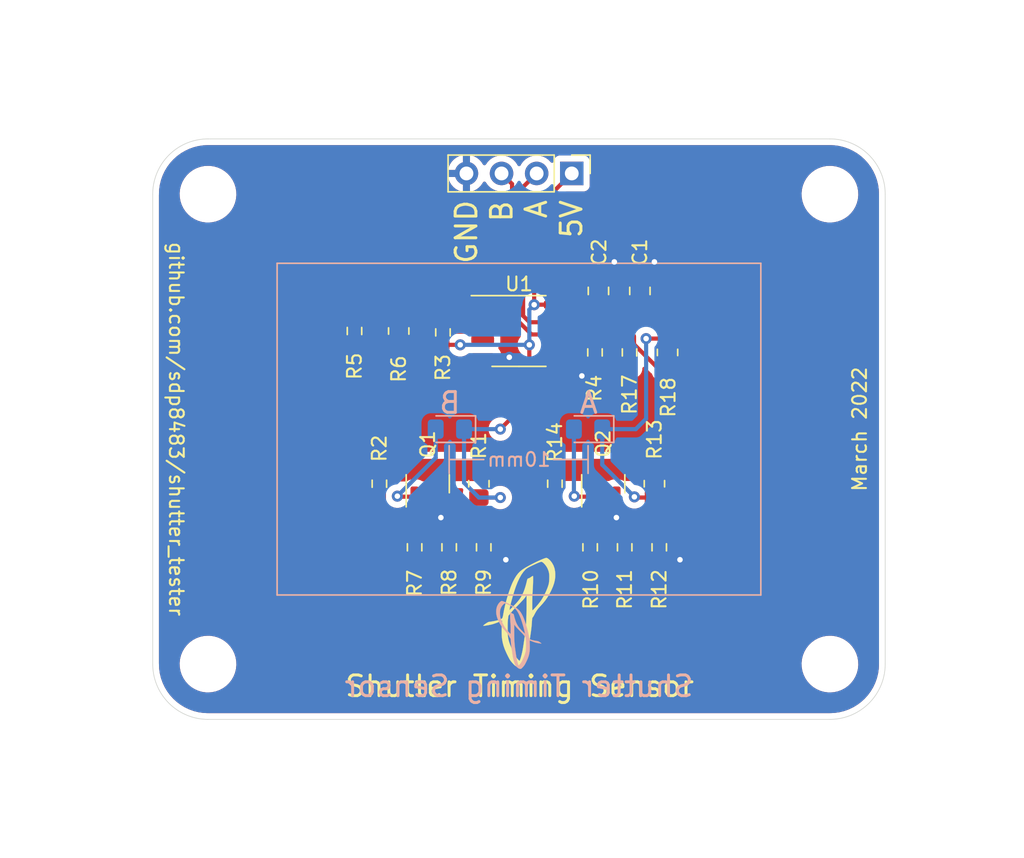
<source format=kicad_pcb>
(kicad_pcb (version 20211014) (generator pcbnew)
  (title_block (title "Shutter Timing Sensor") (date "2022-03-01") (rev "A") (company "erry Leumas"))
  (layers (0 "F.Cu" signal) (31 "B.Cu" signal) (34 "B.Paste" user) (35 "F.Paste" user) (36 "B.SilkS" user "B.Silkscreen") (37 "F.SilkS" user "F.Silkscreen") (38 "B.Mask" user) (39 "F.Mask" user) (44 "Edge.Cuts" user))
  (net 0 "")
  (net 1 "GND")
  (net 2 "VCC")
  (net 3 "Net-(D1-Pad2)")
  (net 4 "Net-(R2-Pad1)")
  (net 5 "Net-(D2-Pad2)")
  (net 6 "/OUTPUT_1")
  (net 7 "/OUTPUT_2")
  (net 8 "Net-(Q1-Pad3)")
  (net 9 "Net-(Q2-Pad3)")
  (net 10 "/Vtrig")
  (net 11 "Net-(R7-Pad2)")
  (net 12 "Net-(R8-Pad2)")
  (net 13 "Net-(R10-Pad2)")
  (net 14 "Net-(R11-Pad2)")
  (net 15 "Net-(R14-Pad1)")
  (footprint "Resistor_SMD:R_0805_2012Metric_Pad1.20x1.40mm_HandSolder" (layer "F.Cu") (at 143.6 117.95 90)
    (fp_text reference "R1" (at 2.75 0 90) (layer "F.SilkS"))
    (fp_text value "2k")
    (fp_line (start -0.227064 -0.735) (end 0.227064 -0.735) (layer "F.SilkS") (width 0.12))
    (fp_line (start -0.227064 0.735) (end 0.227064 0.735) (layer "F.SilkS") (width 0.12))
    (pad "1" smd roundrect locked (at -1 0 90) (size 1.2 1.4) (layers "F.Cu" "F.Paste" "F.Mask") (roundrect_rratio 0.2083325) (net 2 "VCC"))
    (pad "2" smd roundrect locked (at 1 0 90) (size 1.2 1.4) (layers "F.Cu" "F.Paste" "F.Mask") (roundrect_rratio 0.2083325) (net 8 "Net-(Q1-Pad3)"))
  )
  (footprint "MountingHole:MountingHole_3.2mm_M3" (layer "F.Cu") (at 124 97)
    (fp_text reference "H1" hide)
    (fp_text value "MountingHole")
    (pad "" np_thru_hole circle locked (at 0 0) (size 3.2 3.2) (drill 3.2) (layers *.Cu *.Mask))
  )
  (footprint "MountingHole:MountingHole_3.2mm_M3" (layer "F.Cu") (at 124 131)
    (fp_text reference "H2" hide)
    (fp_text value "MountingHole")
    (pad "" np_thru_hole circle locked (at 0 0) (size 3.2 3.2) (drill 3.2) (layers *.Cu *.Mask))
  )
  (footprint "MountingHole:MountingHole_3.2mm_M3" (layer "F.Cu") (at 169 131)
    (fp_text reference "H3" hide)
    (fp_text value "MountingHole")
    (pad "" np_thru_hole circle locked (at 0 0) (size 3.2 3.2) (drill 3.2) (layers *.Cu *.Mask))
  )
  (footprint "MountingHole:MountingHole_3.2mm_M3" (layer "F.Cu") (at 169 97)
    (fp_text reference "H4" hide)
    (fp_text value "MountingHole")
    (pad "" np_thru_hole circle locked (at 0 0) (size 3.2 3.2) (drill 3.2) (layers *.Cu *.Mask))
  )
  (footprint "Resistor_SMD:R_0603_1608Metric_Pad0.98x0.95mm_HandSolder" (layer "F.Cu") (at 136.4 117.95 90)
    (fp_text reference "R2" (at 2.55 0 90) (layer "F.SilkS"))
    (fp_text value "10k")
    (fp_line (start -0.254724 -0.5225) (end 0.254724 -0.5225) (layer "F.SilkS") (width 0.12))
    (fp_line (start -0.254724 0.5225) (end 0.254724 0.5225) (layer "F.SilkS") (width 0.12))
    (pad "1" smd roundrect (at -0.9125 0 90) (size 0.975 0.95) (layers "F.Cu" "F.Paste" "F.Mask") (net 4 "Net-(R2-Pad1)"))
    (pad "2" smd roundrect (at 0.9125 0 90) (size 0.975 0.95) (layers "F.Cu" "F.Paste" "F.Mask") (net 8 "Net-(Q1-Pad3)"))
  )
  (footprint "Package_SO:SOP-8_3.9x4.9mm_P1.27mm" (layer "F.Cu") (at 146.5 106.9)
    (fp_text reference "U1" (at 0 -3.4) (layer "F.SilkS"))
    (fp_text value "LM393")
    (fp_line (start 0 -2.56) (end 1.95 -2.56) (layer "F.SilkS") (width 0.12))
    (fp_line (start 0 2.56) (end 1.95 2.56) (layer "F.SilkS") (width 0.12))
    (fp_line (start 0 2.56) (end -1.95 2.56) (layer "F.SilkS") (width 0.12))
    (fp_line (start 0 -2.56) (end -3.45 -2.56) (layer "F.SilkS") (width 0.12))
    (pad "1" smd roundrect locked (at -2.625 -1.905) (size 1.65 0.6) (layers "F.Cu" "F.Paste" "F.Mask") (net 6 "/OUTPUT_1"))
    (pad "2" smd roundrect locked (at -2.625 -0.635) (size 1.65 0.6) (layers "F.Cu" "F.Paste" "F.Mask") (net 10 "/Vtrig"))
    (pad "3" smd roundrect locked (at -2.625 0.635) (size 1.65 0.6) (layers "F.Cu" "F.Paste" "F.Mask") (net 4 "Net-(R2-Pad1)"))
    (pad "4" smd roundrect locked (at -2.625 1.905) (size 1.65 0.6) (layers "F.Cu" "F.Paste" "F.Mask") (net 1 "GND"))
    (pad "5" smd roundrect locked (at 2.625 1.905) (size 1.65 0.6) (layers "F.Cu" "F.Paste" "F.Mask") (net 15 "Net-(R14-Pad1)"))
    (pad "6" smd roundrect locked (at 2.625 0.635) (size 1.65 0.6) (layers "F.Cu" "F.Paste" "F.Mask") (net 10 "/Vtrig"))
    (pad "7" smd roundrect locked (at 2.625 -0.635) (size 1.65 0.6) (layers "F.Cu" "F.Paste" "F.Mask") (net 7 "/OUTPUT_2"))
    (pad "8" smd roundrect locked (at 2.625 -1.905) (size 1.65 0.6) (layers "F.Cu" "F.Paste" "F.Mask") (net 2 "VCC"))
  )
  (footprint "Resistor_SMD:R_0805_2012Metric_Pad1.20x1.40mm_HandSolder" (layer "F.Cu") (at 137.8 106.9 -90)
    (fp_text reference "R6" (at 2.75 0 90) (layer "F.SilkS"))
    (fp_text value "3k")
    (fp_line (start -0.227064 -0.735) (end 0.227064 -0.735) (layer "F.SilkS") (width 0.12))
    (fp_line (start -0.227064 0.735) (end 0.227064 0.735) (layer "F.SilkS") (width 0.12))
    (pad "1" smd roundrect locked (at -1 0 270) (size 1.2 1.4) (layers "F.Cu" "F.Paste" "F.Mask") (roundrect_rratio 0.2083325) (net 6 "/OUTPUT_1"))
    (pad "2" smd roundrect locked (at 1 0 270) (size 1.2 1.4) (layers "F.Cu" "F.Paste" "F.Mask") (roundrect_rratio 0.2083325) (net 2 "VCC"))
  )
  (footprint "Resistor_SMD:R_0603_1608Metric_Pad0.98x0.95mm_HandSolder" (layer "F.Cu") (at 134.6 106.9 -90)
    (fp_text reference "R5" (at 2.55 0 90) (layer "F.SilkS"))
    (fp_text value "102k")
    (fp_line (start -0.254724 0.5225) (end 0.254724 0.5225) (layer "F.SilkS") (width 0.12))
    (fp_line (start -0.254724 -0.5225) (end 0.254724 -0.5225) (layer "F.SilkS") (width 0.12))
    (pad "1" smd roundrect locked (at -0.9125 0 270) (size 0.975 0.95) (layers "F.Cu" "F.Paste" "F.Mask") (net 6 "/OUTPUT_1"))
    (pad "2" smd roundrect locked (at 0.9125 0 270) (size 0.975 0.95) (layers "F.Cu" "F.Paste" "F.Mask") (net 4 "Net-(R2-Pad1)"))
  )
  (footprint "Resistor_SMD:R_0603_1608Metric_Pad0.98x0.95mm_HandSolder" (layer "F.Cu") (at 141 107 90)
    (fp_text reference "R3" (at -2.55 0 90) (layer "F.SilkS"))
    (fp_text value "10k")
    (fp_line (start -0.254724 -0.5225) (end 0.254724 -0.5225) (layer "F.SilkS") (width 0.12))
    (fp_line (start -0.254724 0.5225) (end 0.254724 0.5225) (layer "F.SilkS") (width 0.12))
    (pad "1" smd roundrect (at -0.9125 0 90) (size 0.975 0.95) (layers "F.Cu" "F.Paste" "F.Mask") (net 2 "VCC"))
    (pad "2" smd roundrect (at 0.9125 0 90) (size 0.975 0.95) (layers "F.Cu" "F.Paste" "F.Mask") (net 10 "/Vtrig"))
  )
  (footprint "Capacitor_SMD:C_0805_2012Metric_Pad1.18x1.45mm_HandSolder" (layer "F.Cu") (at 155.25 104 90)
    (fp_text reference "C1" (at 2.8 0 90) (layer "F.SilkS"))
    (fp_text value "100n")
    (fp_line (start -0.261252 0.735) (end 0.261252 0.735) (layer "F.SilkS") (width 0.12))
    (fp_line (start -0.261252 -0.735) (end 0.261252 -0.735) (layer "F.SilkS") (width 0.12))
    (pad "1" smd roundrect locked (at -1.0375 0 90) (size 1.175 1.45) (layers "F.Cu" "F.Paste" "F.Mask") (roundrect_rratio 0.2127659574) (net 2 "VCC"))
    (pad "2" smd roundrect locked (at 1.0375 0 90) (size 1.175 1.45) (layers "F.Cu" "F.Paste" "F.Mask") (roundrect_rratio 0.2127659574) (net 1 "GND"))
  )
  (footprint "Resistor_SMD:R_0603_1608Metric_Pad0.98x0.95mm_HandSolder" (layer "F.Cu") (at 152 108.45 -90)
    (fp_text reference "R4" (at 2.6 0.05 90) (layer "F.SilkS"))
    (fp_text value "10k")
    (fp_line (start -0.254724 -0.5225) (end 0.254724 -0.5225) (layer "F.SilkS") (width 0.12))
    (fp_line (start -0.254724 0.5225) (end 0.254724 0.5225) (layer "F.SilkS") (width 0.12))
    (pad "1" smd roundrect (at -0.9125 0 270) (size 0.975 0.95) (layers "F.Cu" "F.Paste" "F.Mask") (net 10 "/Vtrig"))
    (pad "2" smd roundrect (at 0.9125 0 270) (size 0.975 0.95) (layers "F.Cu" "F.Paste" "F.Mask") (net 1 "GND"))
  )
  (footprint "Resistor_SMD:R_0603_1608Metric_Pad0.98x0.95mm_HandSolder" (layer "F.Cu") (at 138.95 122.55 -90)
    (fp_text reference "R7" (at 2.6 0 90) (layer "F.SilkS"))
    (fp_text value "4.7M")
    (fp_line (start -0.254724 -0.5225) (end 0.254724 -0.5225) (layer "F.SilkS") (width 0.12))
    (fp_line (start -0.254724 0.5225) (end 0.254724 0.5225) (layer "F.SilkS") (width 0.12))
    (pad "1" smd roundrect locked (at -0.9125 0 270) (size 0.975 0.95) (layers "F.Cu" "F.Paste" "F.Mask") (net 3 "Net-(D1-Pad2)"))
    (pad "2" smd roundrect locked (at 0.9125 0 270) (size 0.975 0.95) (layers "F.Cu" "F.Paste" "F.Mask") (net 11 "Net-(R7-Pad2)"))
  )
  (footprint "Resistor_SMD:R_0603_1608Metric_Pad0.98x0.95mm_HandSolder" (layer "F.Cu") (at 141.45 122.55 90)
    (fp_text reference "R8" (at -2.55 0 90) (layer "F.SilkS"))
    (fp_text value "4.7M")
    (fp_line (start -0.254724 0.5225) (end 0.254724 0.5225) (layer "F.SilkS") (width 0.12))
    (fp_line (start -0.254724 -0.5225) (end 0.254724 -0.5225) (layer "F.SilkS") (width 0.12))
    (pad "1" smd roundrect (at -0.9125 0 90) (size 0.975 0.95) (layers "F.Cu" "F.Paste" "F.Mask") (net 11 "Net-(R7-Pad2)"))
    (pad "2" smd roundrect (at 0.9125 0 90) (size 0.975 0.95) (layers "F.Cu" "F.Paste" "F.Mask") (net 12 "Net-(R8-Pad2)"))
  )
  (footprint "Resistor_SMD:R_0603_1608Metric_Pad0.98x0.95mm_HandSolder" (layer "F.Cu") (at 154.15 122.55 90)
    (fp_text reference "R11" (at -3.05 0 90) (layer "F.SilkS"))
    (fp_text value "4.7M")
    (fp_line (start -0.254724 -0.5225) (end 0.254724 -0.5225) (layer "F.SilkS") (width 0.12))
    (fp_line (start -0.254724 0.5225) (end 0.254724 0.5225) (layer "F.SilkS") (width 0.12))
    (pad "1" smd roundrect (at -0.9125 0 90) (size 0.975 0.95) (layers "F.Cu" "F.Paste" "F.Mask") (net 13 "Net-(R10-Pad2)"))
    (pad "2" smd roundrect (at 0.9125 0 90) (size 0.975 0.95) (layers "F.Cu" "F.Paste" "F.Mask") (net 14 "Net-(R11-Pad2)"))
  )
  (footprint "Resistor_SMD:R_0603_1608Metric_Pad0.98x0.95mm_HandSolder" (layer "F.Cu") (at 143.95 122.55 -90)
    (fp_text reference "R9" (at 2.55 0 90) (layer "F.SilkS"))
    (fp_text value "4.7M")
    (fp_line (start -0.254724 -0.5225) (end 0.254724 -0.5225) (layer "F.SilkS") (width 0.12))
    (fp_line (start -0.254724 0.5225) (end 0.254724 0.5225) (layer "F.SilkS") (width 0.12))
    (pad "1" smd roundrect (at -0.9125 0 270) (size 0.975 0.95) (layers "F.Cu" "F.Paste" "F.Mask") (net 12 "Net-(R8-Pad2)"))
    (pad "2" smd roundrect (at 0.9125 0 270) (size 0.975 0.95) (layers "F.Cu" "F.Paste" "F.Mask") (net 1 "GND"))
  )
  (footprint "Capacitor_SMD:C_0805_2012Metric_Pad1.18x1.45mm_HandSolder" (layer "F.Cu") (at 152.25 104 90)
    (fp_text reference "C2" (at 2.8 0.05 90) (layer "F.SilkS"))
    (fp_text value "1u")
    (fp_line (start -0.261252 -0.735) (end 0.261252 -0.735) (layer "F.SilkS") (width 0.12))
    (fp_line (start -0.261252 0.735) (end 0.261252 0.735) (layer "F.SilkS") (width 0.12))
    (pad "1" smd roundrect (at -1.0375 0 90) (size 1.175 1.45) (layers "F.Cu" "F.Paste" "F.Mask") (roundrect_rratio 0.2127659574) (net 2 "VCC"))
    (pad "2" smd roundrect (at 1.0375 0 90) (size 1.175 1.45) (layers "F.Cu" "F.Paste" "F.Mask") (roundrect_rratio 0.2127659574) (net 1 "GND"))
  )
  (footprint "Resistor_SMD:R_0603_1608Metric_Pad0.98x0.95mm_HandSolder" (layer "F.Cu") (at 156.65 122.55 -90)
    (fp_text reference "R12" (at 3.05 0 90) (layer "F.SilkS"))
    (fp_text value "4.7M")
    (fp_line (start -0.254724 -0.5225) (end 0.254724 -0.5225) (layer "F.SilkS") (width 0.12))
    (fp_line (start -0.254724 0.5225) (end 0.254724 0.5225) (layer "F.SilkS") (width 0.12))
    (pad "1" smd roundrect (at -0.9125 0 270) (size 0.975 0.95) (layers "F.Cu" "F.Paste" "F.Mask") (net 14 "Net-(R11-Pad2)"))
    (pad "2" smd roundrect (at 0.9125 0 270) (size 0.975 0.95) (layers "F.Cu" "F.Paste" "F.Mask") (net 1 "GND"))
  )
  (footprint "Package_TO_SOT_SMD:SOT-23" (layer "F.Cu") (at 139.9 117.95 90)
    (fp_text reference "Q1" (at 2.85 0 90) (layer "F.SilkS"))
    (fp_text value "MMBTA13LT3G")
    (fp_line (start 0 1.56) (end -0.65 1.56) (layer "F.SilkS") (width 0.12))
    (fp_line (start 0 -1.56) (end 0.65 -1.56) (layer "F.SilkS") (width 0.12))
    (fp_line (start 0 -1.56) (end -1.675 -1.56) (layer "F.SilkS") (width 0.12))
    (fp_line (start 0 1.56) (end 0.65 1.56) (layer "F.SilkS") (width 0.12))
    (pad "1" smd roundrect (at -0.9375 -0.95 90) (size 1.475 0.6) (layers "F.Cu" "F.Paste" "F.Mask") (net 3 "Net-(D1-Pad2)"))
    (pad "2" smd roundrect (at -0.9375 0.95 90) (size 1.475 0.6) (layers "F.Cu" "F.Paste" "F.Mask") (net 1 "GND"))
    (pad "3" smd roundrect (at 0.9375 0 90) (size 1.475 0.6) (layers "F.Cu" "F.Paste" "F.Mask") (net 8 "Net-(Q1-Pad3)"))
  )
  (footprint "Package_TO_SOT_SMD:SOT-23" (layer "F.Cu") (at 152.6 117.95 90)
    (fp_text reference "Q2" (at 2.9 0 90) (layer "F.SilkS"))
    (fp_text value "MMBTA13LT3G")
    (fp_line (start 0 1.56) (end 0.65 1.56) (layer "F.SilkS") (width 0.12))
    (fp_line (start 0 -1.56) (end -1.675 -1.56) (layer "F.SilkS") (width 0.12))
    (fp_line (start 0 -1.56) (end 0.65 -1.56) (layer "F.SilkS") (width 0.12))
    (fp_line (start 0 1.56) (end -0.65 1.56) (layer "F.SilkS") (width 0.12))
    (pad "1" smd roundrect (at -0.9375 -0.95 90) (size 1.475 0.6) (layers "F.Cu" "F.Paste" "F.Mask") (net 5 "Net-(D2-Pad2)"))
    (pad "2" smd roundrect (at -0.9375 0.95 90) (size 1.475 0.6) (layers "F.Cu" "F.Paste" "F.Mask") (net 1 "GND"))
    (pad "3" smd roundrect (at 0.9375 0 90) (size 1.475 0.6) (layers "F.Cu" "F.Paste" "F.Mask") (net 9 "Net-(Q2-Pad3)"))
  )
  (footprint "Resistor_SMD:R_0805_2012Metric_Pad1.20x1.40mm_HandSolder" (layer "F.Cu") (at 156.3 117.95 90)
    (fp_text reference "R13" (at 3.2 0 90) (layer "F.SilkS"))
    (fp_text value "2k")
    (fp_line (start -0.227064 -0.735) (end 0.227064 -0.735) (layer "F.SilkS") (width 0.12))
    (fp_line (start -0.227064 0.735) (end 0.227064 0.735) (layer "F.SilkS") (width 0.12))
    (pad "1" smd roundrect (at -1 0 90) (size 1.2 1.4) (layers "F.Cu" "F.Paste" "F.Mask") (roundrect_rratio 0.2083333333) (net 2 "VCC"))
    (pad "2" smd roundrect (at 1 0 90) (size 1.2 1.4) (layers "F.Cu" "F.Paste" "F.Mask") (roundrect_rratio 0.2083333333) (net 9 "Net-(Q2-Pad3)"))
  )
  (footprint "PL_logo:logo_height_8mm" (layer "F.Cu") (at 146.5 127.25)
    (fp_text reference "G***" hide)
    (fp_text value "LOGO" hide)
    (fp_poly (pts (xy 2.048783 -3.917063) (xy 2.129693 -3.864951) (xy 2.218715 -3.786069) (xy 2.308582 -3.686916) (xy 2.392031 -3.573995) (xy 2.398313 -3.564405) (xy 2.50141 -3.376479) (xy 2.572207 -3.176689) (xy 2.613632 -2.955045) (xy 2.626573 -2.785316) (xy 2.624279 -2.558248) (xy 2.597683 -2.335604) (xy 2.544702 -2.109237) (xy 2.463256 -1.870997) (xy 2.351263 -1.612733) (xy 2.30029 -1.507701) (xy 2.173953 -1.268927) (xy 2.042118 -1.052481) (xy 1.896671 -0.846983) (xy 1.7295 -0.641054) (xy 1.53249 -0.423315) (xy 1.510834 -0.40045) (xy 1.401718 -0.280481) (xy 1.313915 -0.169846) (xy 1.236901 -0.053408) (xy 1.160151 0.083971) (xy 1.121311 0.159812) (xy 1.074983 0.247494) (xy 1.032038 0.320731) (xy 0.998961 0.368797) (xy 0.988028 0.380132) (xy 0.973101 0.400317) (xy 0.961183 0.44061) (xy 0.951359 0.507332) (xy 0.942715 0.606806) (xy 0.934337 0.745353) (xy 0.933842 0.754685) (xy 0.924221 0.888303) (xy 0.908359 1.05324) (xy 0.887813 1.23572) (xy 0.864142 1.421964) (xy 0.838905 1.598195) (xy 0.837111 1.60986) (xy 0.812319 1.771869) (xy 0.788202 1.932477) (xy 0.766271 2.081377) (xy 0.748043 2.208261) (xy 0.735031 2.302823) (xy 0.732768 2.320223) (xy 0.70739 2.480577) (xy 0.670896 2.65932) (xy 0.62625 2.845456) (xy 0.576416 3.02799) (xy 0.52436 3.195925) (xy 0.473045 3.338267) (xy 0.434621 3.426118) (xy 0.375765 3.535688) (xy 0.31857 3.617282) (xy 0.251132 3.686634) (xy 0.212805 3.719236) (xy 0.139452 3.776528) (xy 0.071471 3.825459) (xy 0.024044 3.855165) (xy -0.060585 3.886793) (xy -0.150224 3.901677) (xy -0.225289 3.897094) (xy -0.240924 3.891996) (xy -0.28406 3.862291) (xy -0.346842 3.804816) (xy -0.421276 3.728279) (xy -0.499371 3.641387) (xy -0.573131 3.552847) (xy -0.634565 3.471366) (xy -0.655095 3.440833) (xy -0.691367 3.378593) (xy -0.741572 3.284805) (xy -0.800538 3.169511) (xy -0.863096 3.042751) (xy -0.903607 2.958181) (xy -1.023721 2.684462) (xy -1.114608 2.429824) (xy -1.179912 2.181505) (xy -1.223276 1.926743) (xy -1.238599 1.784865) (xy -1.246336 1.662695) (xy -1.250844 1.514385) (xy -1.252283 1.350519) (xy -1.250816 1.181678) (xy -1.246606 1.018444) (xy -1.241636 0.910849) (xy -0.819022 0.910849) (xy -0.818972 1.102264) (xy -0.816429 1.27) (xy -0.812679 1.442547) (xy -0.808552 1.578084) (xy -0.803167 1.685363) (xy -0.795641 1.773135) (xy -0.785092 1.850154) (xy -0.770638 1.925171) (xy -0.751395 2.006939) (xy -0.736054 2.067267) (xy -0.693945 2.205638) (xy -0.633352 2.371509) (xy -0.559429 2.553191) (xy -0.477329 2.738995) (xy -0.392206 2.917231) (xy -0.309214 3.07621) (xy -0.237509 3.198023) (xy -0.180214 3.280823) (xy -0.11727 3.361085) (xy -0.055649 3.431168) (xy -0.002318 3.483428) (xy 0.035751 3.510223) (xy 0.048017 3.511131) (xy 0.063221 3.484925) (xy 0.086598 3.42566) (xy 0.113957 3.344341) (xy 0.124153 3.311193) (xy 0.184574 3.095319) (xy 0.236346 2.876703) (xy 0.282373 2.641676) (xy 0.325563 2.376566) (xy 0.331849 2.33423) (xy 0.356103 2.168896) (xy 0.38391 1.979033) (xy 0.412232 1.785402) (xy 0.43803 1.60876) (xy 0.444052 1.567477) (xy 0.474311 1.335089) (xy 0.499014 1.088705) (xy 0.518445 0.822873) (xy 0.532886 0.532135) (xy 0.542621 0.211038) (xy 0.547934 -0.145875) (xy 0.549189 -0.45809) (xy 0.549189 -1.223623) (xy 0.464688 -1.098073) (xy 0.418362 -1.037386) (xy 0.345088 -0.951284) (xy 0.250841 -0.846146) (xy 0.141594 -0.728348) (xy 0.023321 -0.604268) (xy -0.098005 -0.480283) (xy -0.216409 -0.362771) (xy -0.293837 -0.28827) (xy -0.359935 -0.221252) (xy -0.442269 -0.131364) (xy -0.528953 -0.031838) (xy -0.588397 0.039605) (xy -0.760742 0.2517) (xy -0.793818 0.497697) (xy -0.806673 0.616353) (xy -0.814998 0.751474) (xy -0.819022 0.910849) (xy -1.241636 0.910849) (xy -1.239813 0.871401) (xy -1.2306 0.751129) (xy -1.221715 0.681989) (xy -1.207202 0.597401) (xy -1.444547 0.697787) (xy -1.5688 0.747586) (xy -1.705091 0.797843) (xy -1.83214 0.840872) (xy -1.887838 0.857939) (xy -1.989268 0.884532) (xy -2.107154 0.911008) (xy -2.231224 0.935571) (xy -2.351206 0.956429) (xy -2.456828 0.971786) (xy -2.537818 0.979848) (xy -2.582096 0.979213) (xy -2.583344 0.964761) (xy -2.553493 0.932821) (xy -2.500826 0.889221) (xy -2.433628 0.839787) (xy -2.360181 0.790343) (xy -2.28877 0.746718) (xy -2.227678 0.714736) (xy -2.18548 0.700261) (xy -1.936287 0.663322) (xy -1.71863 0.62282) (xy -1.535397 0.579524) (xy -1.389479 0.534206) (xy -1.283767 0.487636) (xy -1.22435 0.444179) (xy -1.201088 0.411283) (xy -1.18097 0.362535) (xy -1.161865 0.29015) (xy -1.141641 0.186342) (xy -1.123029 0.074227) (xy -1.082311 -0.148739) (xy -0.68878 -0.148739) (xy -0.365922 -0.476182) (xy -0.202985 -0.646362) (xy -0.06949 -0.798127) (xy 0.041474 -0.94086) (xy 0.136818 -1.08395) (xy 0.223451 -1.236781) (xy 0.285952 -1.361532) (xy 0.339027 -1.485447) (xy 0.39613 -1.641274) (xy 0.453118 -1.815893) (xy 0.505845 -1.996186) (xy 0.550167 -2.169032) (xy 0.57103 -2.263845) (xy 0.595992 -2.361352) (xy 0.625205 -2.419733) (xy 0.662786 -2.445627) (xy 0.685495 -2.448468) (xy 0.723142 -2.461017) (xy 0.784175 -2.493913) (xy 0.855331 -2.54) (xy 0.924058 -2.58578) (xy 0.979775 -2.618604) (xy 1.010661 -2.631524) (xy 1.011001 -2.631532) (xy 1.018125 -2.609693) (xy 1.022519 -2.548174) (xy 1.024325 -2.452969) (xy 1.023681 -2.330074) (xy 1.020729 -2.185483) (xy 1.015609 -2.025192) (xy 1.008461 -1.855197) (xy 0.999425 -1.681491) (xy 0.988643 -1.51007) (xy 0.982874 -1.43018) (xy 0.977218 -1.335498) (xy 0.972364 -1.215908) (xy 0.96836 -1.07821) (xy 0.965249 -0.929203) (xy 0.963077 -0.775687) (xy 0.961888 -0.624464) (xy 0.961728 -0.482332) (xy 0.962641 -0.356092) (xy 0.964673 -0.252543) (xy 0.967868 -0.178486) (xy 0.972271 -0.140721) (xy 0.974329 -0.137297) (xy 0.99616 -0.15235) (xy 1.039289 -0.191398) (xy 1.083023 -0.23455) (xy 1.2249 -0.386344) (xy 1.369635 -0.553924) (xy 1.502998 -0.720404) (xy 1.578985 -0.823037) (xy 1.673646 -0.968644) (xy 1.774412 -1.144768) (xy 1.874586 -1.337987) (xy 1.967472 -1.534879) (xy 2.046373 -1.722022) (xy 2.0963 -1.859895) (xy 2.131355 -1.971182) (xy 2.155664 -2.062152) (xy 2.171646 -2.147448) (xy 2.181718 -2.241712) (xy 2.188298 -2.359588) (xy 2.191105 -2.433988) (xy 2.193484 -2.616932) (xy 2.184939 -2.768031) (xy 2.163066 -2.900405) (xy 2.125465 -3.027174) (xy 2.069731 -3.161458) (xy 2.050362 -3.20258) (xy 1.993323 -3.302635) (xy 1.919566 -3.405752) (xy 1.838029 -3.501634) (xy 1.75765 -3.579979) (xy 1.687368 -3.630488) (xy 1.673138 -3.637265) (xy 1.640182 -3.646039) (xy 1.599229 -3.645904) (xy 1.545509 -3.635135) (xy 1.474248 -3.612009) (xy 1.380678 -3.574801) (xy 1.260024 -3.521787) (xy 1.107517 -3.451243) (xy 0.94475 -3.374047) (xy 0.795961 -3.301061) (xy 0.68122 -3.239784) (xy 0.59202 -3.185077) (xy 0.519855 -3.131802) (xy 0.467892 -3.086024) (xy 0.322087 -2.925045) (xy 0.179083 -2.721559) (xy 0.040713 -2.478813) (xy -0.091188 -2.200056) (xy -0.214785 -1.888536) (xy -0.226022 -1.857371) (xy -0.286749 -1.680756) (xy -0.349989 -1.484697) (xy -0.413516 -1.277177) (xy -0.475101 -1.066178) (xy -0.532517 -0.859682) (xy -0.583537 -0.665672) (xy -0.625931 -0.492128) (xy -0.657473 -0.347035) (xy -0.674134 -0.251712) (xy -0.68878 -0.148739) (xy -1.082311 -0.148739) (xy -1.078229 -0.171086) (xy -1.018782 -0.440208) (xy -0.947363 -0.724257) (xy -0.866649 -1.014351) (xy -0.779315 -1.301607) (xy -0.688037 -1.577143) (xy -0.59549 -1.832077) (xy -0.50435 -2.057527) (xy -0.435469 -2.208198) (xy -0.31327 -2.441908) (xy -0.191703 -2.638055) (xy -0.06416 -2.804264) (xy 0.075969 -2.948161) (xy 0.235293 -3.077373) (xy 0.42042 -3.199525) (xy 0.427178 -3.203604) (xy 0.578459 -3.291682) (xy 0.744973 -3.383457) (xy 0.921042 -3.476257) (xy 1.100992 -3.567412) (xy 1.279146 -3.654251) (xy 1.44983 -3.734101) (xy 1.607367 -3.804293) (xy 1.746081 -3.862156) (xy 1.860298 -3.905017) (xy 1.94434 -3.930207) (xy 1.983246 -3.935902) (xy 2.048783 -3.917063)) (layer "F.SilkS") (width 0.01) (fill solid))
  )
  (footprint "Connector_PinHeader_2.54mm:PinHeader_1x04_P2.54mm_Vertical" (layer "F.Cu") (at 150.32 95.5 -90)
    (fp_text reference "J1" hide)
    (fp_text value "Conn_01x04")
    (fp_line (start -1.33 8.95) (end 1.33 8.95) (layer "F.SilkS") (width 0.12))
    (fp_line (start -1.33 1.27) (end -1.33 8.95) (layer "F.SilkS") (width 0.12))
    (fp_line (start 1.33 1.27) (end 1.33 8.95) (layer "F.SilkS") (width 0.12))
    (fp_line (start -1.33 0) (end -1.33 -1.33) (layer "F.SilkS") (width 0.12))
    (fp_line (start -1.33 -1.33) (end 0 -1.33) (layer "F.SilkS") (width 0.12))
    (fp_line (start -1.33 1.27) (end 1.33 1.27) (layer "F.SilkS") (width 0.12))
    (pad "1" thru_hole rect (at 0 0 270) (size 1.7 1.7) (drill 1) (layers *.Cu *.Mask) (net 2 "VCC"))
    (pad "2" thru_hole oval (at 0 2.54 270) (size 1.7 1.7) (drill 1) (layers *.Cu *.Mask) (net 7 "/OUTPUT_2"))
    (pad "3" thru_hole oval (at 0 5.08 270) (size 1.7 1.7) (drill 1) (layers *.Cu *.Mask) (net 6 "/OUTPUT_1"))
    (pad "4" thru_hole oval (at 0 7.62 270) (size 1.7 1.7) (drill 1) (layers *.Cu *.Mask) (net 1 "GND"))
  )
  (footprint "Resistor_SMD:R_0603_1608Metric_Pad0.98x0.95mm_HandSolder" (layer "F.Cu") (at 154.5 108.45 -90)
    (fp_text reference "R17" (at 3.05 0 90) (layer "F.SilkS"))
    (fp_text value "102k")
    (fp_line (start -0.254724 -0.5225) (end 0.254724 -0.5225) (layer "F.SilkS") (width 0.12))
    (fp_line (start -0.254724 0.5225) (end 0.254724 0.5225) (layer "F.SilkS") (width 0.12))
    (pad "1" smd roundrect (at -0.9125 0 270) (size 0.975 0.95) (layers "F.Cu" "F.Paste" "F.Mask") (net 7 "/OUTPUT_2"))
    (pad "2" smd roundrect (at 0.9125 0 270) (size 0.975 0.95) (layers "F.Cu" "F.Paste" "F.Mask") (net 15 "Net-(R14-Pad1)"))
  )
  (footprint "Resistor_SMD:R_0805_2012Metric_Pad1.20x1.40mm_HandSolder" (layer "F.Cu") (at 157.25 108.45 90)
    (fp_text reference "R18" (at -3.25 0.05 90) (layer "F.SilkS"))
    (fp_text value "3k")
    (fp_line (start -0.227064 0.735) (end 0.227064 0.735) (layer "F.SilkS") (width 0.12))
    (fp_line (start -0.227064 -0.735) (end 0.227064 -0.735) (layer "F.SilkS") (width 0.12))
    (pad "1" smd roundrect (at -1 0 90) (size 1.2 1.4) (layers "F.Cu" "F.Paste" "F.Mask") (roundrect_rratio 0.2083333333) (net 7 "/OUTPUT_2"))
    (pad "2" smd roundrect (at 1 0 90) (size 1.2 1.4) (layers "F.Cu" "F.Paste" "F.Mask") (roundrect_rratio 0.2083333333) (net 2 "VCC"))
  )
  (footprint "Resistor_SMD:R_0603_1608Metric_Pad0.98x0.95mm_HandSolder" (layer "F.Cu") (at 151.65 122.55 -90)
    (fp_text reference "R10" (at 3.05 -0.05 90) (layer "F.SilkS"))
    (fp_text value "4.7M")
    (fp_line (start -0.254724 -0.5225) (end 0.254724 -0.5225) (layer "F.SilkS") (width 0.12))
    (fp_line (start -0.254724 0.5225) (end 0.254724 0.5225) (layer "F.SilkS") (width 0.12))
    (pad "1" smd roundrect (at -0.9125 0 270) (size 0.975 0.95) (layers "F.Cu" "F.Paste" "F.Mask") (net 5 "Net-(D2-Pad2)"))
    (pad "2" smd roundrect (at 0.9125 0 270) (size 0.975 0.95) (layers "F.Cu" "F.Paste" "F.Mask") (net 13 "Net-(R10-Pad2)"))
  )
  (footprint "Resistor_SMD:R_0603_1608Metric_Pad0.98x0.95mm_HandSolder" (layer "F.Cu") (at 149.1 117.95 90)
    (fp_text reference "R14" (at 3 0 90) (layer "F.SilkS"))
    (fp_text value "10k")
    (fp_line (start -0.254724 0.5225) (end 0.254724 0.5225) (layer "F.SilkS") (width 0.12))
    (fp_line (start -0.254724 -0.5225) (end 0.254724 -0.5225) (layer "F.SilkS") (width 0.12))
    (pad "1" smd roundrect (at -0.9125 0 90) (size 0.975 0.95) (layers "F.Cu" "F.Paste" "F.Mask") (net 15 "Net-(R14-Pad1)"))
    (pad "2" smd roundrect (at 0.9125 0 90) (size 0.975 0.95) (layers "F.Cu" "F.Paste" "F.Mask") (net 9 "Net-(Q2-Pad3)"))
  )
  (footprint "LED_SMD:LED_0805_2012Metric_Pad1.15x1.40mm_HandSolder" (layer "B.Cu") (at 141.5 114 180)
    (fp_text reference "D1" hide)
    (fp_text value "LED")
    (fp_line (start 1 0.96) (end -1.86 0.96) (layer "B.SilkS") (width 0.12))
    (fp_line (start -1.86 -0.96) (end 1 -0.96) (layer "B.SilkS") (width 0.12))
    (fp_line (start -1.86 0.96) (end -1.86 -0.96) (layer "B.SilkS") (width 0.12))
    (pad "1" smd roundrect locked (at -1.025 0 180) (size 1.15 1.4) (layers "B.Cu" "B.Paste" "B.Mask") (roundrect_rratio 0.2173913043) (net 2 "VCC"))
    (pad "2" smd roundrect locked (at 1.025 0 180) (size 1.15 1.4) (layers "B.Cu" "B.Paste" "B.Mask") (roundrect_rratio 0.2173913043) (net 3 "Net-(D1-Pad2)"))
  )
  (footprint "LED_SMD:LED_0805_2012Metric_Pad1.15x1.40mm_HandSolder" (layer "B.Cu") (at 151.5 114 180)
    (fp_text reference "D2" hide)
    (fp_text value "LED")
    (fp_line (start -1.86 -0.96) (end 1 -0.96) (layer "B.SilkS") (width 0.12))
    (fp_line (start -1.86 0.96) (end -1.86 -0.96) (layer "B.SilkS") (width 0.12))
    (fp_line (start 1 0.96) (end -1.86 0.96) (layer "B.SilkS") (width 0.12))
    (pad "1" smd roundrect locked (at -1.025 0 180) (size 1.15 1.4) (layers "B.Cu" "B.Paste" "B.Mask") (roundrect_rratio 0.2173913043) (net 2 "VCC"))
    (pad "2" smd roundrect locked (at 1.025 0 180) (size 1.15 1.4) (layers "B.Cu" "B.Paste" "B.Mask") (roundrect_rratio 0.2173913043) (net 5 "Net-(D2-Pad2)"))
  )
  (footprint "PL_logo:logo_height_5mm" (layer "B.Cu") (at 146.5 128.9 180)
    (fp_text reference "G***" hide)
    (fp_text value "LOGO" hide)
    (fp_poly (pts (xy 1.28483 2.456463) (xy 1.33557 2.423783) (xy 1.391397 2.374314) (xy 1.447755 2.312134) (xy 1.500087 2.241319) (xy 1.504027 2.235305) (xy 1.568681 2.117453) (xy 1.613079 1.992161) (xy 1.639057 1.853164) (xy 1.647173 1.746724) (xy 1.645734 1.604325) (xy 1.629055 1.464701) (xy 1.59583 1.322742) (xy 1.544753 1.173337) (xy 1.474521 1.011375) (xy 1.442555 0.945508) (xy 1.363326 0.795768) (xy 1.28065 0.66003) (xy 1.189438 0.531159) (xy 1.084602 0.402017) (xy 0.961053 0.265468) (xy 0.947472 0.25113) (xy 0.879043 0.175895) (xy 0.823981 0.106514) (xy 0.775684 0.033493) (xy 0.727552 -0.05266) (xy 0.703195 -0.100221) (xy 0.674142 -0.155208) (xy 0.64721 -0.201136) (xy 0.626467 -0.23128) (xy 0.619611 -0.238388) (xy 0.610249 -0.251046) (xy 0.602775 -0.276315) (xy 0.596615 -0.318157) (xy 0.591194 -0.380539) (xy 0.58594 -0.467425) (xy 0.58563 -0.473277) (xy 0.579596 -0.557071) (xy 0.569649 -0.660507) (xy 0.556764 -0.774943) (xy 0.54192 -0.89174) (xy 0.526093 -1.002258) (xy 0.524968 -1.009573) (xy 0.509421 -1.111172) (xy 0.494296 -1.211892) (xy 0.480543 -1.30527) (xy 0.469112 -1.384842) (xy 0.460952 -1.444143) (xy 0.459532 -1.455055) (xy 0.443617 -1.555616) (xy 0.420731 -1.667709) (xy 0.392733 -1.784438) (xy 0.361481 -1.898909) (xy 0.328836 -2.004224) (xy 0.296655 -2.093489) (xy 0.272559 -2.148582) (xy 0.235649 -2.217296) (xy 0.199781 -2.268465) (xy 0.15749 -2.311957) (xy 0.133454 -2.332402) (xy 0.087453 -2.368331) (xy 0.044821 -2.399016) (xy 0.015078 -2.417646) (xy -0.037994 -2.437481) (xy -0.094208 -2.446814) (xy -0.141283 -2.44394) (xy -0.151088 -2.440743) (xy -0.178139 -2.422115) (xy -0.217511 -2.386071) (xy -0.26419 -2.338073) (xy -0.313165 -2.283582) (xy -0.359421 -2.228056) (xy -0.397947 -2.176958) (xy -0.410822 -2.157811) (xy -0.433569 -2.118779) (xy -0.465053 -2.059963) (xy -0.502032 -1.987659) (xy -0.541264 -1.908166) (xy -0.566669 -1.855131) (xy -0.641995 -1.683476) (xy -0.698992 -1.523788) (xy -0.739945 -1.368063) (xy -0.767139 -1.208297) (xy -0.776749 -1.119322) (xy -0.781601 -1.042707) (xy -0.784428 -0.949699) (xy -0.78533 -0.846936) (xy -0.78441 -0.741052) (xy -0.78177 -0.638685) (xy -0.778653 -0.57121) (xy -0.513624 -0.57121) (xy -0.513593 -0.69125) (xy -0.511998 -0.796441) (xy -0.509646 -0.904648) (xy -0.507058 -0.989646) (xy -0.503681 -1.056922) (xy -0.498962 -1.111966) (xy -0.492346 -1.160266) (xy -0.483281 -1.207311) (xy -0.471214 -1.258589) (xy -0.461593 -1.296421) (xy -0.435186 -1.383197) (xy -0.397187 -1.487218) (xy -0.350829 -1.601154) (xy -0.299342 -1.717675) (xy -0.24596 -1.82945) (xy -0.193914 -1.929149) (xy -0.148946 -2.00554) (xy -0.113015 -2.057465) (xy -0.073543 -2.107799) (xy -0.034899 -2.151749) (xy -0.001454 -2.184523) (xy 0.02242 -2.201326) (xy 0.030112 -2.201896) (xy 0.039647 -2.185462) (xy 0.054307 -2.148295) (xy 0.071465 -2.097299) (xy 0.077858 -2.076511) (xy 0.11575 -1.941132) (xy 0.148217 -1.804034) (xy 0.177082 -1.656644) (xy 0.204167 -1.490389) (xy 0.208109 -1.463839) (xy 0.223319 -1.360155) (xy 0.240757 -1.241089) (xy 0.258518 -1.119659) (xy 0.274697 -1.008884) (xy 0.278473 -0.982994) (xy 0.297449 -0.837259) (xy 0.312941 -0.682747) (xy 0.325126 -0.516039) (xy 0.334183 -0.333712) (xy 0.340288 -0.132346) (xy 0.343619 0.091481) (xy 0.344407 0.287277) (xy 0.344407 0.767357) (xy 0.291415 0.688622) (xy 0.262362 0.650564) (xy 0.216411 0.596568) (xy 0.157307 0.530634) (xy 0.088796 0.45676) (xy 0.014625 0.378947) (xy -0.061461 0.301194) (xy -0.135714 0.2275) (xy -0.184271 0.18078) (xy -0.225722 0.138751) (xy -0.277355 0.082381) (xy -0.331716 0.019966) (xy -0.368995 -0.024837) (xy -0.477076 -0.157846) (xy -0.497818 -0.312115) (xy -0.50588 -0.386526) (xy -0.511101 -0.471263) (xy -0.513624 -0.57121) (xy -0.778653 -0.57121) (xy -0.77751 -0.546472) (xy -0.771732 -0.471047) (xy -0.76616 -0.427688) (xy -0.757059 -0.374642) (xy -0.905902 -0.437595) (xy -0.983824 -0.468825) (xy -1.069294 -0.500342) (xy -1.14897 -0.527326) (xy -1.183898 -0.538029) (xy -1.247507 -0.554706) (xy -1.321436 -0.57131) (xy -1.399242 -0.586714) (xy -1.474485 -0.599794) (xy -1.540723 -0.609425) (xy -1.591513 -0.614481) (xy -1.619281 -0.614083) (xy -1.620063 -0.605019) (xy -1.601343 -0.58499) (xy -1.568315 -0.557647) (xy -1.526173 -0.526646) (xy -1.480114 -0.495639) (xy -1.435331 -0.468281) (xy -1.397019 -0.448224) (xy -1.370555 -0.439147) (xy -1.214282 -0.415981) (xy -1.077785 -0.390582) (xy -0.962876 -0.36343) (xy -0.871368 -0.335011) (xy -0.805074 -0.305805) (xy -0.767813 -0.278553) (xy -0.753225 -0.257923) (xy -0.740609 -0.227353) (xy -0.728627 -0.181958) (xy -0.715944 -0.116858) (xy -0.704273 -0.046549) (xy -0.678738 0.093277) (xy -0.431947 0.093277) (xy -0.229476 0.298623) (xy -0.127296 0.405346) (xy -0.043578 0.50052) (xy 0.026009 0.590031) (xy 0.085801 0.679765) (xy 0.14013 0.775608) (xy 0.179326 0.853842) (xy 0.21261 0.931552) (xy 0.24842 1.029274) (xy 0.284158 1.138781) (xy 0.317225 1.251845) (xy 0.34502 1.360241) (xy 0.358103 1.419699) (xy 0.373758 1.480848) (xy 0.392078 1.51746) (xy 0.415645 1.533699) (xy 0.429886 1.53548) (xy 0.453496 1.54335) (xy 0.491771 1.563979) (xy 0.536394 1.592881) (xy 0.579494 1.621591) (xy 0.614435 1.642176) (xy 0.633804 1.650278) (xy 0.634017 1.650283) (xy 0.638485 1.636587) (xy 0.641241 1.598007) (xy 0.642373 1.538303) (xy 0.641969 1.461233) (xy 0.640118 1.370557) (xy 0.636907 1.270036) (xy 0.632424 1.163428) (xy 0.626758 1.054494) (xy 0.619996 0.946993) (xy 0.616379 0.896893) (xy 0.612831 0.837516) (xy 0.609788 0.762519) (xy 0.607276 0.676165) (xy 0.605326 0.58272) (xy 0.603963 0.486448) (xy 0.603218 0.391613) (xy 0.603117 0.302479) (xy 0.60369 0.223312) (xy 0.604964 0.158374) (xy 0.606968 0.111932) (xy 0.609729 0.088249) (xy 0.61102 0.086102) (xy 0.624711 0.095542) (xy 0.651757 0.12003) (xy 0.679184 0.14709) (xy 0.768157 0.242284) (xy 0.858924 0.347376) (xy 0.942558 0.451779) (xy 0.990211 0.516142) (xy 1.049574 0.607455) (xy 1.112767 0.717905) (xy 1.175588 0.839077) (xy 1.233838 0.962551) (xy 1.283319 1.079912) (xy 1.314629 1.166375) (xy 1.336612 1.236165) (xy 1.351857 1.293214) (xy 1.361879 1.346705) (xy 1.368196 1.40582) (xy 1.372322 1.479741) (xy 1.374083 1.526399) (xy 1.375575 1.641127) (xy 1.370216 1.735884) (xy 1.356499 1.818898) (xy 1.332918 1.898397) (xy 1.297967 1.982609) (xy 1.28582 2.008398) (xy 1.25005 2.071144) (xy 1.203795 2.135811) (xy 1.152662 2.19594) (xy 1.102255 2.245071) (xy 1.05818 2.276747) (xy 1.049256 2.280997) (xy 1.028588 2.286499) (xy 1.002906 2.286414) (xy 0.969217 2.279661) (xy 0.924529 2.265158) (xy 0.865849 2.241824) (xy 0.790185 2.208578) (xy 0.694545 2.164339) (xy 0.59247 2.115928) (xy 0.499162 2.070157) (xy 0.427206 2.031729) (xy 0.371266 1.997421) (xy 0.326011 1.964012) (xy 0.293424 1.935303) (xy 0.201987 1.83435) (xy 0.112306 1.706741) (xy 0.025532 1.55451) (xy -0.057186 1.379696) (xy -0.134696 1.184336) (xy -0.141743 1.164792) (xy -0.179826 1.054033) (xy -0.219485 0.931081) (xy -0.259324 0.800942) (xy -0.297945 0.66862) (xy -0.333952 0.539123) (xy -0.365947 0.417455) (xy -0.392533 0.308623) (xy -0.412314 0.217632) (xy -0.422762 0.157853) (xy -0.431947 0.093277) (xy -0.678738 0.093277) (xy -0.676178 0.107291) (xy -0.638897 0.276063) (xy -0.594109 0.454195) (xy -0.543492 0.636119) (xy -0.488723 0.816262) (xy -0.431481 0.989056) (xy -0.373443 1.14893) (xy -0.316287 1.290313) (xy -0.273091 1.384802) (xy -0.196458 1.531366) (xy -0.120221 1.654373) (xy -0.040236 1.758606) (xy 0.047642 1.848847) (xy 0.147556 1.929878) (xy 0.263653 2.006482) (xy 0.267891 2.00904) (xy 0.362763 2.064275) (xy 0.467186 2.121829) (xy 0.577602 2.180026) (xy 0.690452 2.237191) (xy 0.802176 2.291649) (xy 0.909215 2.341725) (xy 1.00801 2.385743) (xy 1.095 2.42203) (xy 1.166627 2.448909) (xy 1.219332 2.464706) (xy 1.24373 2.468277) (xy 1.28483 2.456463)) (layer "B.SilkS") (width 0.01) (fill solid))
  )
  (gr_line (start 151.5 115.2) (end 151.5 117.2) (layer "B.SilkS") (width 0.12))
  (gr_line (start 164 126) (end 129 126) (layer "B.SilkS") (width 0.12))
  (gr_line (start 141.45 116.2) (end 143.95 116.2) (layer "B.SilkS") (width 0.12))
  (gr_line (start 141.45 115.2) (end 141.45 117.2) (layer "B.SilkS") (width 0.12))
  (gr_line (start 129 102) (end 164 102) (layer "B.SilkS") (width 0.12))
  (gr_line (start 129 126) (end 129 102) (layer "B.SilkS") (width 0.12))
  (gr_line (start 164 102) (end 164 126) (layer "B.SilkS") (width 0.12))
  (gr_line (start 151.5 116.2) (end 149 116.2) (layer "B.SilkS") (width 0.12))
  (gr_line (start 169 93) (end 124 93) (layer "Edge.Cuts") (width 0.05))
  (gr_line (start 173 131) (end 173 97) (layer "Edge.Cuts") (width 0.05))
  (gr_line (start 120 97) (end 120 131) (layer "Edge.Cuts") (width 0.05))
  (gr_arc (start 124 135) (mid 121.171573 133.828427) (end 120 131) (layer "Edge.Cuts") (width 0.05))
  (gr_arc (start 120 97) (mid 121.171573 94.171573) (end 124 93) (layer "Edge.Cuts") (width 0.05))
  (gr_line (start 124 135) (end 169 135) (layer "Edge.Cuts") (width 0.05))
  (gr_arc (start 173 131) (mid 171.828427 133.828427) (end 169 135) (layer "Edge.Cuts") (width 0.05))
  (gr_arc (start 169 93) (mid 171.828427 94.171573) (end 173 97) (layer "Edge.Cuts") (width 0.05))
  (gr_text "10mm" (at 146.5 116.2) (layer "B.SilkS") (effects (font (size 1 1)) (justify mirror)))
  (gr_text "A" (at 151.55 112.1) (layer "B.SilkS") (effects (font (size 1.5 1.5) (thickness 0.214286)) (justify mirror)))
  (gr_text "Shutter Timing Sensor" (at 146.5 132.6) (layer "B.SilkS") (effects (font (size 1.5 1.5) (thickness 0.214286)) (justify mirror)))
  (gr_text "B" (at 141.5 112.1) (layer "B.SilkS") (effects (font (size 1.5 1.5) (thickness 0.214286)) (justify mirror)))
  (gr_text "GND" (at 142.7 97.3 90) (layer "F.SilkS") (effects (font (size 1.5 1.5) (thickness 0.214286)) (justify right)))
  (gr_text "github.com/sdp8483/shutter_tester" (at 121.7 114 -90) (layer "F.SilkS") (effects (font (size 1 1))))
  (gr_text "B" (at 145.25 97.35 90) (layer "F.SilkS") (effects (font (size 1.5 1.5) (thickness 0.214286)) (justify right)))
  (gr_text "A" (at 147.75 97.3 90) (layer "F.SilkS") (effects (font (size 1.5 1.5) (thickness 0.214286)) (justify right)))
  (gr_text "5V" (at 150.3 97.3 90) (layer "F.SilkS") (effects (font (size 1.5 1.5) (thickness 0.214286)) (justify right)))
  (gr_text "March 2022" (at 171.15 114 90) (layer "F.SilkS") (effects (font (size 1 1))))
  (gr_text "Shutter Timing Sensor" (at 146.55 132.6) (layer "F.SilkS") (effects (font (size 1.5 1.5) (thickness 0.214286))))
  (segment (start 155.25 102.9625) (end 155.25 102.95) (width 0.3) (layer "F.Cu") (net 1))
  (segment (start 152.25 102.9625) (end 153.3125 101.9) (width 0.3) (layer "F.Cu") (net 1))
  (segment (start 152 109.3625) (end 151.8375 109.3625) (width 0.3) (layer "F.Cu") (net 1))
  (segment (start 145.795 108.805) (end 145.8 108.8) (width 0.3) (layer "F.Cu") (net 1))
  (segment (start 140.85 118.8875) (end 140.85 120.4) (width 0.3) (layer "F.Cu") (net 1))
  (segment (start 155.25 102.95) (end 156.3 101.9) (width 0.3) (layer "F.Cu") (net 1))
  (segment (start 145.5375 123.4625) (end 145.55 123.45) (width 0.3) (layer "F.Cu") (net 1))
  (segment (start 156.65 123.4625) (end 158.1375 123.4625) (width 0.3) (layer "F.Cu") (net 1))
  (segment (start 151.8375 109.3625) (end 151.05 110.15) (width 0.3) (layer "F.Cu") (net 1))
  (segment (start 153.55 118.8875) (end 153.55 120.4) (width 0.3) (layer "F.Cu") (net 1))
  (segment (start 158.1375 123.4625) (end 158.15 123.45) (width 0.3) (layer "F.Cu") (net 1))
  (segment (start 153.3125 101.9) (end 153.4 101.9) (width 0.3) (layer "F.Cu") (net 1))
  (segment (start 143.95 123.4625) (end 145.5375 123.4625) (width 0.3) (layer "F.Cu") (net 1))
  (segment (start 143.875 108.805) (end 145.795 108.805) (width 0.3) (layer "F.Cu") (net 1))
  (via (at 153.55 120.4) (size 0.8) (drill 0.4) (layers "F.Cu" "B.Cu") (net 1))
  (via (at 140.85 120.4) (size 0.8) (drill 0.4) (layers "F.Cu" "B.Cu") (net 1))
  (via (at 158.15 123.45) (size 0.8) (drill 0.4) (layers "F.Cu" "B.Cu") (net 1))
  (via (at 156.3 101.9) (size 0.8) (drill 0.4) (layers "F.Cu" "B.Cu") (net 1))
  (via (at 145.55 123.45) (size 0.8) (drill 0.4) (layers "F.Cu" "B.Cu") (net 1))
  (via (at 153.4 101.9) (size 0.8) (drill 0.4) (layers "F.Cu" "B.Cu") (net 1))
  (via (at 151.05 110.15) (size 0.8) (drill 0.4) (layers "F.Cu" "B.Cu") (net 1))
  (via (at 145.8 108.8) (size 0.8) (drill 0.4) (layers "F.Cu" "B.Cu") (net 1))
  (segment (start 156.3 118.95) (end 154.9 118.95) (width 0.3) (layer "F.Cu") (net 2))
  (segment (start 137.8125 107.9125) (end 137.8 107.9) (width 0.3) (layer "F.Cu") (net 2))
  (segment (start 149.125 104.995) (end 147.605 104.995) (width 0.3) (layer "F.Cu") (net 2))
  (segment (start 142.25 107.9) (end 141.0125 107.9) (width 0.3) (layer "F.Cu") (net 2))
  (segment (start 149.13 105) (end 149.125 104.995) (width 0.5) (layer "F.Cu") (net 2))
  (segment (start 141.0125 107.9) (end 141 107.9125) (width 0.3) (layer "F.Cu") (net 2))
  (segment (start 149.1675 105.0375) (end 149.125 104.995) (width 0.3) (layer "F.Cu") (net 2))
  (segment (start 157.25 107.45) (end 155.25 105.45) (width 0.3) (layer "F.Cu") (net 2))
  (segment (start 143.6 118.95) (end 145.15 118.95) (width 0.3) (layer "F.Cu") (net 2))
  (segment (start 152.25 105.0375) (end 149.1675 105.0375) (width 0.3) (layer "F.Cu") (net 2))
  (segment (start 147.6 98.22) (end 150.32 95.5) (width 0.3) (layer "F.Cu") (net 2))
  (segment (start 154.9 118.95) (end 154.85 118.9) (width 0.3) (layer "F.Cu") (net 2))
  (segment (start 155.7 107.45) (end 157.25 107.45) (width 0.3) (layer "F.Cu") (net 2))
  (segment (start 141 107.9125) (end 137.8125 107.9125) (width 0.3) (layer "F.Cu") (net 2))
  (segment (start 147.25 111.9) (end 147.25 107.9) (width 0.3) (layer "F.Cu") (net 2))
  (segment (start 147.605 104.995) (end 147.6 105) (width 0.3) (layer "F.Cu") (net 2))
  (segment (start 147.6 105) (end 147.6 98.22) (width 0.3) (layer "F.Cu") (net 2))
  (segment (start 155.25 105.45) (end 155.25 105.0375) (width 0.3) (layer "F.Cu") (net 2))
  (segment (start 145.15 114) (end 147.25 111.9) (width 0.3) (layer "F.Cu") (net 2))
  (segment (start 155.25 105.0375) (end 152.25 105.0375) (width 0.3) (layer "F.Cu") (net 2))
  (via (at 147.6 105) (size 0.8) (drill 0.4) (layers "F.Cu" "B.Cu") (net 2))
  (via (at 154.85 118.9) (size 0.8) (drill 0.4) (layers "F.Cu" "B.Cu") (net 2))
  (via (at 155.7 107.45) (size 0.8) (drill 0.4) (layers "F.Cu" "B.Cu") (net 2))
  (via (at 147.25 107.9) (size 0.8) (drill 0.4) (layers "F.Cu" "B.Cu") (net 2))
  (via (at 145.15 118.95) (size 0.8) (drill 0.4) (layers "F.Cu" "B.Cu") (net 2))
  (via (at 145.15 114) (size 0.8) (drill 0.4) (layers "F.Cu" "B.Cu") (net 2))
  (via (at 142.25 107.9) (size 0.8) (drill 0.4) (layers "F.Cu" "B.Cu") (net 2))
  (segment (start 142.25 107.9) (end 147.25 107.9) (width 0.3) (layer "B.Cu") (net 2))
  (segment (start 152.525 114) (end 154.95 114) (width 0.3) (layer "B.Cu") (net 2))
  (segment (start 145.15 118.95) (end 143.6 118.95) (width 0.3) (layer "B.Cu") (net 2))
  (segment (start 142.525 117.875) (end 142.525 114) (width 0.3) (layer "B.Cu") (net 2))
  (segment (start 143.6 118.95) (end 142.525 117.875) (width 0.3) (layer "B.Cu") (net 2))
  (segment (start 142.525 114) (end 145.15 114) (width 0.3) (layer "B.Cu") (net 2))
  (segment (start 147.25 105.35) (end 147.25 107.9) (width 0.3) (layer "B.Cu") (net 2))
  (segment (start 154.95 114) (end 155.7 113.25) (width 0.3) (layer "B.Cu") (net 2))
  (segment (start 152.525 116.575) (end 154.85 118.9) (width 0.3) (layer "B.Cu") (net 2))
  (segment (start 152.525 114) (end 152.525 116.575) (width 0.3) (layer "B.Cu") (net 2))
  (segment (start 155.7 113.25) (end 155.7 107.45) (width 0.3) (layer "B.Cu") (net 2))
  (segment (start 147.6 105) (end 147.25 105.35) (width 0.3) (layer "B.Cu") (net 2))
  (segment (start 138.95 118.8875) (end 137.7375 118.8875) (width 0.3) (layer "F.Cu") (net 3))
  (segment (start 137.7375 118.8875) (end 137.7 118.85) (width 0.3) (layer "F.Cu") (net 3))
  (segment (start 138.95 118.8875) (end 138.95 121.6375) (width 0.3) (layer "F.Cu") (net 3))
  (via (at 137.7 118.85) (size 0.8) (drill 0.4) (layers "F.Cu" "B.Cu") (net 3))
  (segment (start 140.475 116.075) (end 137.7 118.85) (width 0.3) (layer "B.Cu") (net 3))
  (segment (start 140.475 114) (end 140.475 116.075) (width 0.3) (layer "B.Cu") (net 3))
  (segment (start 135.46202 106.95048) (end 134.6 107.8125) (width 0.3) (layer "F.Cu") (net 4))
  (segment (start 143.875 107.535) (end 143.29048 106.95048) (width 0.3) (layer "F.Cu") (net 4))
  (segment (start 143.29048 106.95048) (end 135.46202 106.95048) (width 0.3) (layer "F.Cu") (net 4))
  (segment (start 136.4 118.8625) (end 134.6 117.0625) (width 0.3) (layer "F.Cu") (net 4))
  (segment (start 134.6 117.0625) (end 134.6 107.8125) (width 0.3) (layer "F.Cu") (net 4))
  (segment (start 151.65 118.8875) (end 150.5375 118.8875) (width 0.3) (layer "F.Cu") (net 5))
  (segment (start 150.5375 118.8875) (end 150.5 118.85) (width 0.3) (layer "F.Cu") (net 5))
  (segment (start 151.65 118.8875) (end 151.65 121.6375) (width 0.3) (layer "F.Cu") (net 5))
  (via (at 150.5 118.85) (size 0.8) (drill 0.4) (layers "F.Cu" "B.Cu") (net 5))
  (segment (start 150.475 114) (end 150.475 118.825) (width 0.3) (layer "B.Cu") (net 5))
  (segment (start 150.475 118.825) (end 150.5 118.85) (width 0.3) (layer "B.Cu") (net 5))
  (segment (start 145.605 104.995) (end 146 104.6) (width 0.3) (layer "F.Cu") (net 6))
  (segment (start 143.875 104.995) (end 138.705 104.995) (width 0.3) (layer "F.Cu") (net 6))
  (segment (start 138.705 104.995) (end 137.8 105.9) (width 0.3) (layer "F.Cu") (net 6))
  (segment (start 146 96.26) (end 145.24 95.5) (width 0.3) (layer "F.Cu") (net 6))
  (segment (start 137.8 105.9) (end 134.6875 105.9) (width 0.3) (layer "F.Cu") (net 6))
  (segment (start 134.6875 105.9) (end 134.6 105.9875) (width 0.3) (layer "F.Cu") (net 6))
  (segment (start 143.875 104.995) (end 145.605 104.995) (width 0.3) (layer "F.Cu") (net 6))
  (segment (start 146 104.6) (end 146 96.26) (width 0.3) (layer "F.Cu") (net 6))
  (segment (start 147.265 106.265) (end 146.8 105.8) (width 0.3) (layer "F.Cu") (net 7))
  (segment (start 149.125 106.265) (end 147.265 106.265) (width 0.3) (layer "F.Cu") (net 7))
  (segment (start 156.4125 109.45) (end 154.5 107.5375) (width 0.3) (layer "F.Cu") (net 7))
  (segment (start 157.25 109.45) (end 156.4125 109.45) (width 0.3) (layer "F.Cu") (net 7))
  (segment (start 149.125 106.265) (end 153.2275 106.265) (width 0.3) (layer "F.Cu") (net 7))
  (segment (start 146.8 105.8) (end 146.8 96.48) (width 0.3) (layer "F.Cu") (net 7))
  (segment (start 146.8 96.48) (end 147.78 95.5) (width 0.3) (layer "F.Cu") (net 7))
  (segment (start 153.2275 106.265) (end 154.5 107.5375) (width 0.3) (layer "F.Cu") (net 7))
  (segment (start 149.125 107.535) (end 148.740499 107.150499) (width 0.3) (layer "F.Cu") (net 10))
  (segment (start 141.1775 106.265) (end 141 106.0875) (width 0.3) (layer "F.Cu") (net 10))
  (segment (start 147.410455 107.150499) (end 146.524956 106.265) (width 0.3) (layer "F.Cu") (net 10))
  (segment (start 149.125 107.535) (end 151.9975 107.535) (width 0.3) (layer "F.Cu") (net 10))
  (segment (start 151.9975 107.535) (end 152 107.5375) (width 0.3) (layer "F.Cu") (net 10))
  (segment (start 146.524956 106.265) (end 143.875 106.265) (width 0.3) (layer "F.Cu") (net 10))
  (segment (start 143.875 106.265) (end 141.1775 106.265) (width 0.3) (layer "F.Cu") (net 10))
  (segment (start 148.740499 107.150499) (end 147.410455 107.150499) (width 0.3) (layer "F.Cu") (net 10))
  (segment (start 138.95 123.4625) (end 141.45 123.4625) (width 0.3) (layer "F.Cu") (net 11))
  (segment (start 141.45 121.6375) (end 143.95 121.6375) (width 0.3) (layer "F.Cu") (net 12))
  (segment (start 154.15 123.4625) (end 151.65 123.4625) (width 0.3) (layer "F.Cu") (net 13))
  (segment (start 154.15 121.6375) (end 156.65 121.6375) (width 0.3) (layer "F.Cu") (net 14))
  (segment (start 149.1 118.8625) (end 147.95 117.7125) (width 0.3) (layer "F.Cu") (net 15))
  (segment (start 147.95 117.7125) (end 147.95 110) (width 0.3) (layer "F.Cu") (net 15))
  (segment (start 151.3 108.45) (end 150.945 108.805) (width 0.3) (layer "F.Cu") (net 15))
  (segment (start 150.945 108.805) (end 149.125 108.805) (width 0.3) (layer "F.Cu") (net 15))
  (segment (start 153.5875 108.45) (end 151.3 108.45) (width 0.3) (layer "F.Cu") (net 15))
  (segment (start 154.5 109.3625) (end 153.5875 108.45) (width 0.3) (layer "F.Cu") (net 15))
  (segment (start 149.125 108.825) (end 149.125 108.805) (width 0.3) (layer "F.Cu") (net 15))
  (segment (start 147.95 110) (end 149.125 108.825) (width 0.3) (layer "F.Cu") (net 15))
  (zone (net 1) (net_name "GND") (layers F&B.Cu) (connect_pads (clearance 0.45)) (min_thickness 0.254) (fill yes (thermal_gap 0.508) (thermal_bridge_width 0.508))
    (polygon (pts (xy 174 136) (xy 119 136) (xy 119 92) (xy 174 92)))
  )
  (zone (net 9) (net_name "Net-(Q2-Pad3)") (layer "F.Cu") (priority 1) (connect_pads yes (clearance 0.508)) (min_thickness 0.254) (fill yes (thermal_gap 0.508) (thermal_bridge_width 0.508))
    (polygon (pts (xy 157.2 117.75) (xy 148.4 117.75) (xy 148.4 116.15) (xy 157.2 116.15)))
  )
  (zone (net 8) (net_name "Net-(Q1-Pad3)") (layer "F.Cu") (priority 1) (connect_pads yes (clearance 0.508)) (min_thickness 0.254) (fill yes (thermal_gap 0.508) (thermal_bridge_width 0.508))
    (polygon (pts (xy 144.5 117.75) (xy 135.7 117.8) (xy 135.7 116.15) (xy 144.5 116.15)))
  )
)
</source>
